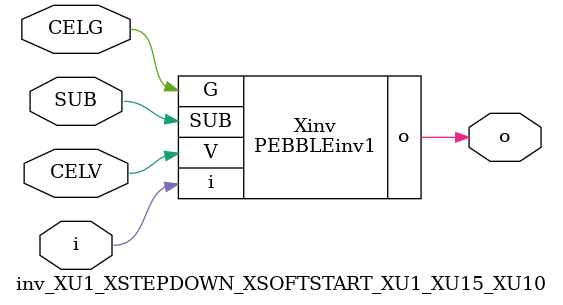
<source format=v>



module PEBBLEinv1 ( o, G, SUB, V, i );

  input V;
  input i;
  input G;
  output o;
  input SUB;
endmodule

//Celera Confidential Do Not Copy inv_XU1_XSTEPDOWN_XSOFTSTART_XU1_XU15_XU10
//Celera Confidential Symbol Generator
//5V Inverter
module inv_XU1_XSTEPDOWN_XSOFTSTART_XU1_XU15_XU10 (CELV,CELG,i,o,SUB);
input CELV;
input CELG;
input i;
input SUB;
output o;

//Celera Confidential Do Not Copy inv
PEBBLEinv1 Xinv(
.V (CELV),
.i (i),
.o (o),
.SUB (SUB),
.G (CELG)
);
//,diesize,PEBBLEinv1

//Celera Confidential Do Not Copy Module End
//Celera Schematic Generator
endmodule

</source>
